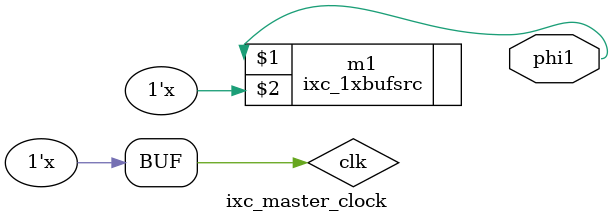
<source format=sv>

`timescale 1 ps / 1 ps
`define IXCclkgenTs 1 ps / 1 ps
module my_clks;
  wire my_clk_0;

`ifdef IXCOM_COMPILE
  initial $ixc_ctrl("map_delays");
  initial $ixc_ctrl("hotswap_top");
`endif

  // Generate logic for clock sources
  ixc_master_clock #(625) ixcg_0(my_clk_0  );

  // Bind clock sources to generated clock signal
  ixc_cakebind ixcb_0 (tb_top.kme_tb_dut.my_clk, my_clk_0);

`ifdef IXCOM_COMPILE
  initial begin
    $ixc_ctrl("hotswap_top");
    $ua_cmd("cakeClk", "tb_top.kme_tb_dut.my_clk", "ixcg_0", "800000kHz", "B1", "0");
  end
`endif
endmodule // my_clks

module ixc_master_clock(phi1);
   parameter phase_length = 1;
   output phi1;

   reg clk = 0;

   always
     #(phase_length) clk = ~clk;

   ixc_1xbufsrc m1(phi1, clk);

`ifdef IXCOM_COMPILE
  initial $ixc_ctrl("map_delays");
  initial $ixc_ctrl("hotswap_top");
`endif

endmodule // ixc_master_clock

</source>
